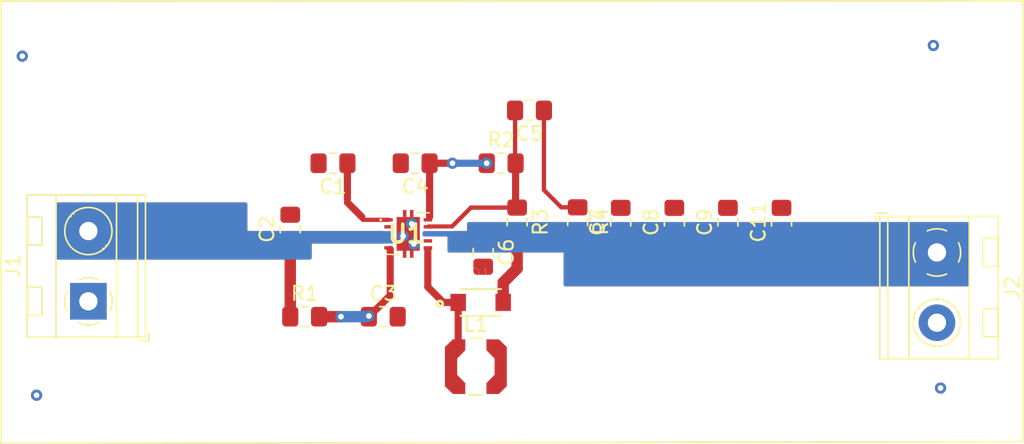
<source format=kicad_pcb>
(kicad_pcb (version 20171130) (host pcbnew "(5.1.4-0)")

  (general
    (thickness 1.6)
    (drawings 4)
    (tracks 47)
    (zones 0)
    (modules 19)
    (nets 10)
  )

  (page A4)
  (layers
    (0 F.Cu signal)
    (31 B.Cu signal)
    (32 B.Adhes user)
    (33 F.Adhes user)
    (34 B.Paste user)
    (35 F.Paste user)
    (36 B.SilkS user)
    (37 F.SilkS user)
    (38 B.Mask user)
    (39 F.Mask user)
    (40 Dwgs.User user)
    (41 Cmts.User user)
    (42 Eco1.User user)
    (43 Eco2.User user)
    (44 Edge.Cuts user)
    (45 Margin user)
    (46 B.CrtYd user)
    (47 F.CrtYd user)
    (48 B.Fab user)
    (49 F.Fab user)
  )

  (setup
    (last_trace_width 0.8128)
    (user_trace_width 0.3048)
    (user_trace_width 0.508)
    (user_trace_width 0.8128)
    (trace_clearance 0.2)
    (zone_clearance 0)
    (zone_45_only yes)
    (trace_min 0.2)
    (via_size 0.8)
    (via_drill 0.4)
    (via_min_size 0.4)
    (via_min_drill 0.3)
    (uvia_size 0.3)
    (uvia_drill 0.1)
    (uvias_allowed no)
    (uvia_min_size 0.2)
    (uvia_min_drill 0.1)
    (edge_width 0.05)
    (segment_width 0.2)
    (pcb_text_width 0.3)
    (pcb_text_size 1.5 1.5)
    (mod_edge_width 0.12)
    (mod_text_size 1 1)
    (mod_text_width 0.15)
    (pad_size 1.524 1.524)
    (pad_drill 0.762)
    (pad_to_mask_clearance 0.051)
    (solder_mask_min_width 0.25)
    (aux_axis_origin 0 0)
    (visible_elements FFFFFF7F)
    (pcbplotparams
      (layerselection 0x010fc_ffffffff)
      (usegerberextensions false)
      (usegerberattributes false)
      (usegerberadvancedattributes false)
      (creategerberjobfile false)
      (excludeedgelayer true)
      (linewidth 0.100000)
      (plotframeref false)
      (viasonmask false)
      (mode 1)
      (useauxorigin false)
      (hpglpennumber 1)
      (hpglpenspeed 20)
      (hpglpendiameter 15.000000)
      (psnegative false)
      (psa4output false)
      (plotreference true)
      (plotvalue true)
      (plotinvisibletext false)
      (padsonsilk false)
      (subtractmaskfromsilk false)
      (outputformat 1)
      (mirror false)
      (drillshape 1)
      (scaleselection 1)
      (outputdirectory ""))
  )

  (net 0 "")
  (net 1 "Net-(C1-Pad1)")
  (net 2 GND)
  (net 3 "Net-(C3-Pad1)")
  (net 4 "Net-(C4-Pad1)")
  (net 5 "Net-(C5-Pad2)")
  (net 6 "Net-(C5-Pad1)")
  (net 7 "Net-(D1-Pad1)")
  (net 8 /Vin)
  (net 9 /Vout)

  (net_class Default "This is the default net class."
    (clearance 0.2)
    (trace_width 0.25)
    (via_dia 0.8)
    (via_drill 0.4)
    (uvia_dia 0.3)
    (uvia_drill 0.1)
    (add_net /Vin)
    (add_net /Vout)
    (add_net GND)
    (add_net "Net-(C1-Pad1)")
    (add_net "Net-(C3-Pad1)")
    (add_net "Net-(C4-Pad1)")
    (add_net "Net-(C5-Pad1)")
    (add_net "Net-(C5-Pad2)")
    (add_net "Net-(D1-Pad1)")
  )

  (net_class PWR ""
    (clearance 0.2)
    (trace_width 0.8128)
    (via_dia 0.8)
    (via_drill 0.4)
    (uvia_dia 0.3)
    (uvia_drill 0.1)
  )

  (net_class SIGNAL ""
    (clearance 0.2)
    (trace_width 0.3048)
    (via_dia 0.8)
    (via_drill 0.4)
    (uvia_dia 0.3)
    (uvia_drill 0.1)
  )

  (module Capacitor_SMD:C_0805_2012Metric_Pad1.15x1.40mm_HandSolder (layer F.Cu) (tedit 5B36C52B) (tstamp 5E61F498)
    (at 125.984 91.558 90)
    (descr "Capacitor SMD 0805 (2012 Metric), square (rectangular) end terminal, IPC_7351 nominal with elongated pad for handsoldering. (Body size source: https://docs.google.com/spreadsheets/d/1BsfQQcO9C6DZCsRaXUlFlo91Tg2WpOkGARC1WS5S8t0/edit?usp=sharing), generated with kicad-footprint-generator")
    (tags "capacitor handsolder")
    (path /5E527F8B)
    (attr smd)
    (fp_text reference C2 (at 0 -1.65 90) (layer F.SilkS)
      (effects (font (size 1 1) (thickness 0.15)))
    )
    (fp_text value 0.1uF (at 0 1.65 90) (layer F.Fab)
      (effects (font (size 1 1) (thickness 0.15)))
    )
    (fp_line (start -1 0.6) (end -1 -0.6) (layer F.Fab) (width 0.1))
    (fp_line (start -1 -0.6) (end 1 -0.6) (layer F.Fab) (width 0.1))
    (fp_line (start 1 -0.6) (end 1 0.6) (layer F.Fab) (width 0.1))
    (fp_line (start 1 0.6) (end -1 0.6) (layer F.Fab) (width 0.1))
    (fp_line (start -0.261252 -0.71) (end 0.261252 -0.71) (layer F.SilkS) (width 0.12))
    (fp_line (start -0.261252 0.71) (end 0.261252 0.71) (layer F.SilkS) (width 0.12))
    (fp_line (start -1.85 0.95) (end -1.85 -0.95) (layer F.CrtYd) (width 0.05))
    (fp_line (start -1.85 -0.95) (end 1.85 -0.95) (layer F.CrtYd) (width 0.05))
    (fp_line (start 1.85 -0.95) (end 1.85 0.95) (layer F.CrtYd) (width 0.05))
    (fp_line (start 1.85 0.95) (end -1.85 0.95) (layer F.CrtYd) (width 0.05))
    (fp_text user %R (at 0 0 90) (layer F.Fab)
      (effects (font (size 0.5 0.5) (thickness 0.08)))
    )
    (pad 1 smd roundrect (at -1.025 0 90) (size 1.15 1.4) (layers F.Cu F.Paste F.Mask) (roundrect_rratio 0.217391)
      (net 8 /Vin))
    (pad 2 smd roundrect (at 1.025 0 90) (size 1.15 1.4) (layers F.Cu F.Paste F.Mask) (roundrect_rratio 0.217391)
      (net 2 GND))
    (model ${KISYS3DMOD}/Capacitor_SMD.3dshapes/C_0805_2012Metric.wrl
      (at (xyz 0 0 0))
      (scale (xyz 1 1 1))
      (rotate (xyz 0 0 0))
    )
  )

  (module Capacitor_SMD:C_0805_2012Metric_Pad1.15x1.40mm_HandSolder (layer F.Cu) (tedit 5B36C52B) (tstamp 5E5E0C08)
    (at 129.023 86.868 180)
    (descr "Capacitor SMD 0805 (2012 Metric), square (rectangular) end terminal, IPC_7351 nominal with elongated pad for handsoldering. (Body size source: https://docs.google.com/spreadsheets/d/1BsfQQcO9C6DZCsRaXUlFlo91Tg2WpOkGARC1WS5S8t0/edit?usp=sharing), generated with kicad-footprint-generator")
    (tags "capacitor handsolder")
    (path /5E527175)
    (attr smd)
    (fp_text reference C1 (at 0 -1.65) (layer F.SilkS)
      (effects (font (size 1 1) (thickness 0.15)))
    )
    (fp_text value 4.7nF (at 0 1.65) (layer F.Fab)
      (effects (font (size 1 1) (thickness 0.15)))
    )
    (fp_line (start -1 0.6) (end -1 -0.6) (layer F.Fab) (width 0.1))
    (fp_line (start -1 -0.6) (end 1 -0.6) (layer F.Fab) (width 0.1))
    (fp_line (start 1 -0.6) (end 1 0.6) (layer F.Fab) (width 0.1))
    (fp_line (start 1 0.6) (end -1 0.6) (layer F.Fab) (width 0.1))
    (fp_line (start -0.261252 -0.71) (end 0.261252 -0.71) (layer F.SilkS) (width 0.12))
    (fp_line (start -0.261252 0.71) (end 0.261252 0.71) (layer F.SilkS) (width 0.12))
    (fp_line (start -1.85 0.95) (end -1.85 -0.95) (layer F.CrtYd) (width 0.05))
    (fp_line (start -1.85 -0.95) (end 1.85 -0.95) (layer F.CrtYd) (width 0.05))
    (fp_line (start 1.85 -0.95) (end 1.85 0.95) (layer F.CrtYd) (width 0.05))
    (fp_line (start 1.85 0.95) (end -1.85 0.95) (layer F.CrtYd) (width 0.05))
    (fp_text user %R (at 0 0) (layer F.Fab)
      (effects (font (size 0.5 0.5) (thickness 0.08)))
    )
    (pad 1 smd roundrect (at -1.025 0 180) (size 1.15 1.4) (layers F.Cu F.Paste F.Mask) (roundrect_rratio 0.217391)
      (net 1 "Net-(C1-Pad1)"))
    (pad 2 smd roundrect (at 1.025 0 180) (size 1.15 1.4) (layers F.Cu F.Paste F.Mask) (roundrect_rratio 0.217391)
      (net 2 GND))
    (model ${KISYS3DMOD}/Capacitor_SMD.3dshapes/C_0805_2012Metric.wrl
      (at (xyz 0 0 0))
      (scale (xyz 1 1 1))
      (rotate (xyz 0 0 0))
    )
  )

  (module Capacitor_SMD:C_0805_2012Metric_Pad1.15x1.40mm_HandSolder (layer F.Cu) (tedit 5B36C52B) (tstamp 5E5E9813)
    (at 132.597 97.79)
    (descr "Capacitor SMD 0805 (2012 Metric), square (rectangular) end terminal, IPC_7351 nominal with elongated pad for handsoldering. (Body size source: https://docs.google.com/spreadsheets/d/1BsfQQcO9C6DZCsRaXUlFlo91Tg2WpOkGARC1WS5S8t0/edit?usp=sharing), generated with kicad-footprint-generator")
    (tags "capacitor handsolder")
    (path /5E52821B)
    (attr smd)
    (fp_text reference C3 (at 0 -1.65) (layer F.SilkS)
      (effects (font (size 1 1) (thickness 0.15)))
    )
    (fp_text value 10uF (at 0 1.65) (layer F.Fab)
      (effects (font (size 1 1) (thickness 0.15)))
    )
    (fp_line (start -1 0.6) (end -1 -0.6) (layer F.Fab) (width 0.1))
    (fp_line (start -1 -0.6) (end 1 -0.6) (layer F.Fab) (width 0.1))
    (fp_line (start 1 -0.6) (end 1 0.6) (layer F.Fab) (width 0.1))
    (fp_line (start 1 0.6) (end -1 0.6) (layer F.Fab) (width 0.1))
    (fp_line (start -0.261252 -0.71) (end 0.261252 -0.71) (layer F.SilkS) (width 0.12))
    (fp_line (start -0.261252 0.71) (end 0.261252 0.71) (layer F.SilkS) (width 0.12))
    (fp_line (start -1.85 0.95) (end -1.85 -0.95) (layer F.CrtYd) (width 0.05))
    (fp_line (start -1.85 -0.95) (end 1.85 -0.95) (layer F.CrtYd) (width 0.05))
    (fp_line (start 1.85 -0.95) (end 1.85 0.95) (layer F.CrtYd) (width 0.05))
    (fp_line (start 1.85 0.95) (end -1.85 0.95) (layer F.CrtYd) (width 0.05))
    (fp_text user %R (at 0 0 90) (layer F.Fab)
      (effects (font (size 0.5 0.5) (thickness 0.08)))
    )
    (pad 1 smd roundrect (at -1.025 0) (size 1.15 1.4) (layers F.Cu F.Paste F.Mask) (roundrect_rratio 0.217391)
      (net 3 "Net-(C3-Pad1)"))
    (pad 2 smd roundrect (at 1.025 0) (size 1.15 1.4) (layers F.Cu F.Paste F.Mask) (roundrect_rratio 0.217391)
      (net 2 GND))
    (model ${KISYS3DMOD}/Capacitor_SMD.3dshapes/C_0805_2012Metric.wrl
      (at (xyz 0 0 0))
      (scale (xyz 1 1 1))
      (rotate (xyz 0 0 0))
    )
  )

  (module Capacitor_SMD:C_0805_2012Metric_Pad1.15x1.40mm_HandSolder (layer F.Cu) (tedit 5B36C52B) (tstamp 5E5E0B45)
    (at 134.865 86.868 180)
    (descr "Capacitor SMD 0805 (2012 Metric), square (rectangular) end terminal, IPC_7351 nominal with elongated pad for handsoldering. (Body size source: https://docs.google.com/spreadsheets/d/1BsfQQcO9C6DZCsRaXUlFlo91Tg2WpOkGARC1WS5S8t0/edit?usp=sharing), generated with kicad-footprint-generator")
    (tags "capacitor handsolder")
    (path /5E528494)
    (attr smd)
    (fp_text reference C4 (at 0 -1.65) (layer F.SilkS)
      (effects (font (size 1 1) (thickness 0.15)))
    )
    (fp_text value 0.22uF (at 0 1.65) (layer F.Fab)
      (effects (font (size 1 1) (thickness 0.15)))
    )
    (fp_text user %R (at 0 0) (layer F.Fab)
      (effects (font (size 0.5 0.5) (thickness 0.08)))
    )
    (fp_line (start 1.85 0.95) (end -1.85 0.95) (layer F.CrtYd) (width 0.05))
    (fp_line (start 1.85 -0.95) (end 1.85 0.95) (layer F.CrtYd) (width 0.05))
    (fp_line (start -1.85 -0.95) (end 1.85 -0.95) (layer F.CrtYd) (width 0.05))
    (fp_line (start -1.85 0.95) (end -1.85 -0.95) (layer F.CrtYd) (width 0.05))
    (fp_line (start -0.261252 0.71) (end 0.261252 0.71) (layer F.SilkS) (width 0.12))
    (fp_line (start -0.261252 -0.71) (end 0.261252 -0.71) (layer F.SilkS) (width 0.12))
    (fp_line (start 1 0.6) (end -1 0.6) (layer F.Fab) (width 0.1))
    (fp_line (start 1 -0.6) (end 1 0.6) (layer F.Fab) (width 0.1))
    (fp_line (start -1 -0.6) (end 1 -0.6) (layer F.Fab) (width 0.1))
    (fp_line (start -1 0.6) (end -1 -0.6) (layer F.Fab) (width 0.1))
    (pad 2 smd roundrect (at 1.025 0 180) (size 1.15 1.4) (layers F.Cu F.Paste F.Mask) (roundrect_rratio 0.217391))
    (pad 1 smd roundrect (at -1.025 0 180) (size 1.15 1.4) (layers F.Cu F.Paste F.Mask) (roundrect_rratio 0.217391)
      (net 4 "Net-(C4-Pad1)"))
    (model ${KISYS3DMOD}/Capacitor_SMD.3dshapes/C_0805_2012Metric.wrl
      (at (xyz 0 0 0))
      (scale (xyz 1 1 1))
      (rotate (xyz 0 0 0))
    )
  )

  (module Capacitor_SMD:C_0805_2012Metric_Pad1.15x1.40mm_HandSolder (layer F.Cu) (tedit 5B36C52B) (tstamp 5E5E0A25)
    (at 142.993 83.1088 180)
    (descr "Capacitor SMD 0805 (2012 Metric), square (rectangular) end terminal, IPC_7351 nominal with elongated pad for handsoldering. (Body size source: https://docs.google.com/spreadsheets/d/1BsfQQcO9C6DZCsRaXUlFlo91Tg2WpOkGARC1WS5S8t0/edit?usp=sharing), generated with kicad-footprint-generator")
    (tags "capacitor handsolder")
    (path /5E5288AC)
    (attr smd)
    (fp_text reference C5 (at 0 -1.65) (layer F.SilkS)
      (effects (font (size 1 1) (thickness 0.15)))
    )
    (fp_text value 10pF (at 0 1.65) (layer F.Fab)
      (effects (font (size 1 1) (thickness 0.15)))
    )
    (fp_text user %R (at 0 0) (layer F.Fab)
      (effects (font (size 0.5 0.5) (thickness 0.08)))
    )
    (fp_line (start 1.85 0.95) (end -1.85 0.95) (layer F.CrtYd) (width 0.05))
    (fp_line (start 1.85 -0.95) (end 1.85 0.95) (layer F.CrtYd) (width 0.05))
    (fp_line (start -1.85 -0.95) (end 1.85 -0.95) (layer F.CrtYd) (width 0.05))
    (fp_line (start -1.85 0.95) (end -1.85 -0.95) (layer F.CrtYd) (width 0.05))
    (fp_line (start -0.261252 0.71) (end 0.261252 0.71) (layer F.SilkS) (width 0.12))
    (fp_line (start -0.261252 -0.71) (end 0.261252 -0.71) (layer F.SilkS) (width 0.12))
    (fp_line (start 1 0.6) (end -1 0.6) (layer F.Fab) (width 0.1))
    (fp_line (start 1 -0.6) (end 1 0.6) (layer F.Fab) (width 0.1))
    (fp_line (start -1 -0.6) (end 1 -0.6) (layer F.Fab) (width 0.1))
    (fp_line (start -1 0.6) (end -1 -0.6) (layer F.Fab) (width 0.1))
    (pad 2 smd roundrect (at 1.025 0 180) (size 1.15 1.4) (layers F.Cu F.Paste F.Mask) (roundrect_rratio 0.217391)
      (net 5 "Net-(C5-Pad2)"))
    (pad 1 smd roundrect (at -1.025 0 180) (size 1.15 1.4) (layers F.Cu F.Paste F.Mask) (roundrect_rratio 0.217391)
      (net 6 "Net-(C5-Pad1)"))
    (model ${KISYS3DMOD}/Capacitor_SMD.3dshapes/C_0805_2012Metric.wrl
      (at (xyz 0 0 0))
      (scale (xyz 1 1 1))
      (rotate (xyz 0 0 0))
    )
  )

  (module Capacitor_SMD:C_0805_2012Metric_Pad1.15x1.40mm_HandSolder (layer F.Cu) (tedit 5B36C52B) (tstamp 5E5E0A55)
    (at 139.7 93.209 270)
    (descr "Capacitor SMD 0805 (2012 Metric), square (rectangular) end terminal, IPC_7351 nominal with elongated pad for handsoldering. (Body size source: https://docs.google.com/spreadsheets/d/1BsfQQcO9C6DZCsRaXUlFlo91Tg2WpOkGARC1WS5S8t0/edit?usp=sharing), generated with kicad-footprint-generator")
    (tags "capacitor handsolder")
    (path /5E52863E)
    (attr smd)
    (fp_text reference C6 (at 0 -1.65 90) (layer F.SilkS)
      (effects (font (size 1 1) (thickness 0.15)))
    )
    (fp_text value 10nF (at 0 1.65 90) (layer F.Fab)
      (effects (font (size 1 1) (thickness 0.15)))
    )
    (fp_line (start -1 0.6) (end -1 -0.6) (layer F.Fab) (width 0.1))
    (fp_line (start -1 -0.6) (end 1 -0.6) (layer F.Fab) (width 0.1))
    (fp_line (start 1 -0.6) (end 1 0.6) (layer F.Fab) (width 0.1))
    (fp_line (start 1 0.6) (end -1 0.6) (layer F.Fab) (width 0.1))
    (fp_line (start -0.261252 -0.71) (end 0.261252 -0.71) (layer F.SilkS) (width 0.12))
    (fp_line (start -0.261252 0.71) (end 0.261252 0.71) (layer F.SilkS) (width 0.12))
    (fp_line (start -1.85 0.95) (end -1.85 -0.95) (layer F.CrtYd) (width 0.05))
    (fp_line (start -1.85 -0.95) (end 1.85 -0.95) (layer F.CrtYd) (width 0.05))
    (fp_line (start 1.85 -0.95) (end 1.85 0.95) (layer F.CrtYd) (width 0.05))
    (fp_line (start 1.85 0.95) (end -1.85 0.95) (layer F.CrtYd) (width 0.05))
    (fp_text user %R (at 0 0 90) (layer F.Fab)
      (effects (font (size 0.5 0.5) (thickness 0.08)))
    )
    (pad 1 smd roundrect (at -1.025 0 270) (size 1.15 1.4) (layers F.Cu F.Paste F.Mask) (roundrect_rratio 0.217391)
      (net 9 /Vout))
    (pad 2 smd roundrect (at 1.025 0 270) (size 1.15 1.4) (layers F.Cu F.Paste F.Mask) (roundrect_rratio 0.217391)
      (net 2 GND))
    (model ${KISYS3DMOD}/Capacitor_SMD.3dshapes/C_0805_2012Metric.wrl
      (at (xyz 0 0 0))
      (scale (xyz 1 1 1))
      (rotate (xyz 0 0 0))
    )
  )

  (module Capacitor_SMD:C_0805_2012Metric_Pad1.15x1.40mm_HandSolder (layer F.Cu) (tedit 5B36C52B) (tstamp 5E5E0A85)
    (at 149.479 91.068 90)
    (descr "Capacitor SMD 0805 (2012 Metric), square (rectangular) end terminal, IPC_7351 nominal with elongated pad for handsoldering. (Body size source: https://docs.google.com/spreadsheets/d/1BsfQQcO9C6DZCsRaXUlFlo91Tg2WpOkGARC1WS5S8t0/edit?usp=sharing), generated with kicad-footprint-generator")
    (tags "capacitor handsolder")
    (path /5E528775)
    (attr smd)
    (fp_text reference C7 (at 0 -1.65 90) (layer F.SilkS)
      (effects (font (size 1 1) (thickness 0.15)))
    )
    (fp_text value 2.2uF (at 0 1.65 90) (layer F.Fab)
      (effects (font (size 1 1) (thickness 0.15)))
    )
    (fp_text user %R (at 0 0 90) (layer F.Fab)
      (effects (font (size 0.5 0.5) (thickness 0.08)))
    )
    (fp_line (start 1.85 0.95) (end -1.85 0.95) (layer F.CrtYd) (width 0.05))
    (fp_line (start 1.85 -0.95) (end 1.85 0.95) (layer F.CrtYd) (width 0.05))
    (fp_line (start -1.85 -0.95) (end 1.85 -0.95) (layer F.CrtYd) (width 0.05))
    (fp_line (start -1.85 0.95) (end -1.85 -0.95) (layer F.CrtYd) (width 0.05))
    (fp_line (start -0.261252 0.71) (end 0.261252 0.71) (layer F.SilkS) (width 0.12))
    (fp_line (start -0.261252 -0.71) (end 0.261252 -0.71) (layer F.SilkS) (width 0.12))
    (fp_line (start 1 0.6) (end -1 0.6) (layer F.Fab) (width 0.1))
    (fp_line (start 1 -0.6) (end 1 0.6) (layer F.Fab) (width 0.1))
    (fp_line (start -1 -0.6) (end 1 -0.6) (layer F.Fab) (width 0.1))
    (fp_line (start -1 0.6) (end -1 -0.6) (layer F.Fab) (width 0.1))
    (pad 2 smd roundrect (at 1.025 0 90) (size 1.15 1.4) (layers F.Cu F.Paste F.Mask) (roundrect_rratio 0.217391)
      (net 2 GND))
    (pad 1 smd roundrect (at -1.025 0 90) (size 1.15 1.4) (layers F.Cu F.Paste F.Mask) (roundrect_rratio 0.217391)
      (net 9 /Vout))
    (model ${KISYS3DMOD}/Capacitor_SMD.3dshapes/C_0805_2012Metric.wrl
      (at (xyz 0 0 0))
      (scale (xyz 1 1 1))
      (rotate (xyz 0 0 0))
    )
  )

  (module Capacitor_SMD:C_0805_2012Metric_Pad1.15x1.40mm_HandSolder (layer F.Cu) (tedit 5B36C52B) (tstamp 5E5E0944)
    (at 153.289 91.068 90)
    (descr "Capacitor SMD 0805 (2012 Metric), square (rectangular) end terminal, IPC_7351 nominal with elongated pad for handsoldering. (Body size source: https://docs.google.com/spreadsheets/d/1BsfQQcO9C6DZCsRaXUlFlo91Tg2WpOkGARC1WS5S8t0/edit?usp=sharing), generated with kicad-footprint-generator")
    (tags "capacitor handsolder")
    (path /5E528B81)
    (attr smd)
    (fp_text reference C8 (at 0 -1.65 90) (layer F.SilkS)
      (effects (font (size 1 1) (thickness 0.15)))
    )
    (fp_text value 2.2uF (at 0 1.65 90) (layer F.Fab)
      (effects (font (size 1 1) (thickness 0.15)))
    )
    (fp_line (start -1 0.6) (end -1 -0.6) (layer F.Fab) (width 0.1))
    (fp_line (start -1 -0.6) (end 1 -0.6) (layer F.Fab) (width 0.1))
    (fp_line (start 1 -0.6) (end 1 0.6) (layer F.Fab) (width 0.1))
    (fp_line (start 1 0.6) (end -1 0.6) (layer F.Fab) (width 0.1))
    (fp_line (start -0.261252 -0.71) (end 0.261252 -0.71) (layer F.SilkS) (width 0.12))
    (fp_line (start -0.261252 0.71) (end 0.261252 0.71) (layer F.SilkS) (width 0.12))
    (fp_line (start -1.85 0.95) (end -1.85 -0.95) (layer F.CrtYd) (width 0.05))
    (fp_line (start -1.85 -0.95) (end 1.85 -0.95) (layer F.CrtYd) (width 0.05))
    (fp_line (start 1.85 -0.95) (end 1.85 0.95) (layer F.CrtYd) (width 0.05))
    (fp_line (start 1.85 0.95) (end -1.85 0.95) (layer F.CrtYd) (width 0.05))
    (fp_text user %R (at 0 0 90) (layer F.Fab)
      (effects (font (size 0.5 0.5) (thickness 0.08)))
    )
    (pad 1 smd roundrect (at -1.025 0 90) (size 1.15 1.4) (layers F.Cu F.Paste F.Mask) (roundrect_rratio 0.217391)
      (net 9 /Vout))
    (pad 2 smd roundrect (at 1.025 0 90) (size 1.15 1.4) (layers F.Cu F.Paste F.Mask) (roundrect_rratio 0.217391)
      (net 2 GND))
    (model ${KISYS3DMOD}/Capacitor_SMD.3dshapes/C_0805_2012Metric.wrl
      (at (xyz 0 0 0))
      (scale (xyz 1 1 1))
      (rotate (xyz 0 0 0))
    )
  )

  (module Capacitor_SMD:C_0805_2012Metric_Pad1.15x1.40mm_HandSolder (layer F.Cu) (tedit 5B36C52B) (tstamp 5E5E0914)
    (at 157.099 91.068 90)
    (descr "Capacitor SMD 0805 (2012 Metric), square (rectangular) end terminal, IPC_7351 nominal with elongated pad for handsoldering. (Body size source: https://docs.google.com/spreadsheets/d/1BsfQQcO9C6DZCsRaXUlFlo91Tg2WpOkGARC1WS5S8t0/edit?usp=sharing), generated with kicad-footprint-generator")
    (tags "capacitor handsolder")
    (path /5E5289C1)
    (attr smd)
    (fp_text reference C9 (at 0 -1.65 90) (layer F.SilkS)
      (effects (font (size 1 1) (thickness 0.15)))
    )
    (fp_text value 2.2uF (at 0 1.65 90) (layer F.Fab)
      (effects (font (size 1 1) (thickness 0.15)))
    )
    (fp_text user %R (at 0 0 90) (layer F.Fab)
      (effects (font (size 0.5 0.5) (thickness 0.08)))
    )
    (fp_line (start 1.85 0.95) (end -1.85 0.95) (layer F.CrtYd) (width 0.05))
    (fp_line (start 1.85 -0.95) (end 1.85 0.95) (layer F.CrtYd) (width 0.05))
    (fp_line (start -1.85 -0.95) (end 1.85 -0.95) (layer F.CrtYd) (width 0.05))
    (fp_line (start -1.85 0.95) (end -1.85 -0.95) (layer F.CrtYd) (width 0.05))
    (fp_line (start -0.261252 0.71) (end 0.261252 0.71) (layer F.SilkS) (width 0.12))
    (fp_line (start -0.261252 -0.71) (end 0.261252 -0.71) (layer F.SilkS) (width 0.12))
    (fp_line (start 1 0.6) (end -1 0.6) (layer F.Fab) (width 0.1))
    (fp_line (start 1 -0.6) (end 1 0.6) (layer F.Fab) (width 0.1))
    (fp_line (start -1 -0.6) (end 1 -0.6) (layer F.Fab) (width 0.1))
    (fp_line (start -1 0.6) (end -1 -0.6) (layer F.Fab) (width 0.1))
    (pad 2 smd roundrect (at 1.025 0 90) (size 1.15 1.4) (layers F.Cu F.Paste F.Mask) (roundrect_rratio 0.217391)
      (net 2 GND))
    (pad 1 smd roundrect (at -1.025 0 90) (size 1.15 1.4) (layers F.Cu F.Paste F.Mask) (roundrect_rratio 0.217391)
      (net 9 /Vout))
    (model ${KISYS3DMOD}/Capacitor_SMD.3dshapes/C_0805_2012Metric.wrl
      (at (xyz 0 0 0))
      (scale (xyz 1 1 1))
      (rotate (xyz 0 0 0))
    )
  )

  (module Capacitor_SMD:C_0805_2012Metric_Pad1.15x1.40mm_HandSolder (layer F.Cu) (tedit 5B36C52B) (tstamp 5E61E2ED)
    (at 160.909 91.068 90)
    (descr "Capacitor SMD 0805 (2012 Metric), square (rectangular) end terminal, IPC_7351 nominal with elongated pad for handsoldering. (Body size source: https://docs.google.com/spreadsheets/d/1BsfQQcO9C6DZCsRaXUlFlo91Tg2WpOkGARC1WS5S8t0/edit?usp=sharing), generated with kicad-footprint-generator")
    (tags "capacitor handsolder")
    (path /5E528987)
    (attr smd)
    (fp_text reference C11 (at 0 -1.65 90) (layer F.SilkS)
      (effects (font (size 1 1) (thickness 0.15)))
    )
    (fp_text value 2.2uF (at 0 1.65 90) (layer F.Fab)
      (effects (font (size 1 1) (thickness 0.15)))
    )
    (fp_line (start -1 0.6) (end -1 -0.6) (layer F.Fab) (width 0.1))
    (fp_line (start -1 -0.6) (end 1 -0.6) (layer F.Fab) (width 0.1))
    (fp_line (start 1 -0.6) (end 1 0.6) (layer F.Fab) (width 0.1))
    (fp_line (start 1 0.6) (end -1 0.6) (layer F.Fab) (width 0.1))
    (fp_line (start -0.261252 -0.71) (end 0.261252 -0.71) (layer F.SilkS) (width 0.12))
    (fp_line (start -0.261252 0.71) (end 0.261252 0.71) (layer F.SilkS) (width 0.12))
    (fp_line (start -1.85 0.95) (end -1.85 -0.95) (layer F.CrtYd) (width 0.05))
    (fp_line (start -1.85 -0.95) (end 1.85 -0.95) (layer F.CrtYd) (width 0.05))
    (fp_line (start 1.85 -0.95) (end 1.85 0.95) (layer F.CrtYd) (width 0.05))
    (fp_line (start 1.85 0.95) (end -1.85 0.95) (layer F.CrtYd) (width 0.05))
    (fp_text user %R (at 0 0 90) (layer F.Fab)
      (effects (font (size 0.5 0.5) (thickness 0.08)))
    )
    (pad 1 smd roundrect (at -1.025 0 90) (size 1.15 1.4) (layers F.Cu F.Paste F.Mask) (roundrect_rratio 0.217391)
      (net 9 /Vout))
    (pad 2 smd roundrect (at 1.025 0 90) (size 1.15 1.4) (layers F.Cu F.Paste F.Mask) (roundrect_rratio 0.217391)
      (net 2 GND))
    (model ${KISYS3DMOD}/Capacitor_SMD.3dshapes/C_0805_2012Metric.wrl
      (at (xyz 0 0 0))
      (scale (xyz 1 1 1))
      (rotate (xyz 0 0 0))
    )
  )

  (module TerminalBlock_MetzConnect:TerminalBlock_MetzConnect_Type094_RT03502HBLU_1x02_P5.00mm_Horizontal (layer F.Cu) (tedit 5B294E9C) (tstamp 5E5E9DD2)
    (at 111.633 96.694 90)
    (descr "terminal block Metz Connect Type094_RT03502HBLU, 2 pins, pitch 5mm, size 10x8.3mm^2, drill diamater 1.3mm, pad diameter 2.6mm, see http://www.metz-connect.com/ru/system/files/productfiles/Data_sheet_310941_RT035xxHBLU_OFF-022742T.pdf, script-generated using https://github.com/pointhi/kicad-footprint-generator/scripts/TerminalBlock_MetzConnect")
    (tags "THT terminal block Metz Connect Type094_RT03502HBLU pitch 5mm size 10x8.3mm^2 drill 1.3mm pad 2.6mm")
    (path /5E526166)
    (fp_text reference J1 (at 2.5 -5.36 90) (layer F.SilkS)
      (effects (font (size 1 1) (thickness 0.15)))
    )
    (fp_text value Screw_Terminal_01x02 (at 2.5 5.06 90) (layer F.Fab)
      (effects (font (size 1 1) (thickness 0.15)))
    )
    (fp_arc (start 0 0) (end 0 1.68) (angle -24) (layer F.SilkS) (width 0.12))
    (fp_arc (start 0 0) (end 1.535 0.684) (angle -48) (layer F.SilkS) (width 0.12))
    (fp_arc (start 0 0) (end 0.684 -1.535) (angle -48) (layer F.SilkS) (width 0.12))
    (fp_arc (start 0 0) (end -1.535 -0.684) (angle -48) (layer F.SilkS) (width 0.12))
    (fp_arc (start 0 0) (end -0.684 1.535) (angle -25) (layer F.SilkS) (width 0.12))
    (fp_circle (center 0 0) (end 1.5 0) (layer F.Fab) (width 0.1))
    (fp_circle (center 5 0) (end 6.5 0) (layer F.Fab) (width 0.1))
    (fp_circle (center 5 0) (end 6.68 0) (layer F.SilkS) (width 0.12))
    (fp_line (start -2.5 -4.3) (end 7.5 -4.3) (layer F.Fab) (width 0.1))
    (fp_line (start 7.5 -4.3) (end 7.5 4) (layer F.Fab) (width 0.1))
    (fp_line (start 7.5 4) (end -2 4) (layer F.Fab) (width 0.1))
    (fp_line (start -2 4) (end -2.5 3.5) (layer F.Fab) (width 0.1))
    (fp_line (start -2.5 3.5) (end -2.5 -4.3) (layer F.Fab) (width 0.1))
    (fp_line (start -2.5 3.5) (end 7.5 3.5) (layer F.Fab) (width 0.1))
    (fp_line (start -2.56 3.5) (end 7.56 3.5) (layer F.SilkS) (width 0.12))
    (fp_line (start -2.5 2) (end 7.5 2) (layer F.Fab) (width 0.1))
    (fp_line (start -2.56 2) (end 7.56 2) (layer F.SilkS) (width 0.12))
    (fp_line (start -2.5 -2.3) (end 7.5 -2.3) (layer F.Fab) (width 0.1))
    (fp_line (start -2.56 -2.301) (end 7.56 -2.301) (layer F.SilkS) (width 0.12))
    (fp_line (start -2.56 -4.36) (end 7.56 -4.36) (layer F.SilkS) (width 0.12))
    (fp_line (start -2.56 4.06) (end 7.56 4.06) (layer F.SilkS) (width 0.12))
    (fp_line (start -2.56 -4.36) (end -2.56 4.06) (layer F.SilkS) (width 0.12))
    (fp_line (start 7.56 -4.36) (end 7.56 4.06) (layer F.SilkS) (width 0.12))
    (fp_line (start 1.138 -0.955) (end -0.955 1.138) (layer F.Fab) (width 0.1))
    (fp_line (start 0.955 -1.138) (end -1.138 0.955) (layer F.Fab) (width 0.1))
    (fp_line (start -1 -4.3) (end -1 -3.3) (layer F.Fab) (width 0.1))
    (fp_line (start -1 -3.3) (end 1 -3.3) (layer F.Fab) (width 0.1))
    (fp_line (start 1 -3.3) (end 1 -4.3) (layer F.Fab) (width 0.1))
    (fp_line (start 1 -4.3) (end -1 -4.3) (layer F.Fab) (width 0.1))
    (fp_line (start -1 -4.3) (end 1 -4.3) (layer F.SilkS) (width 0.12))
    (fp_line (start -1 -3.3) (end 1 -3.3) (layer F.SilkS) (width 0.12))
    (fp_line (start -1 -4.3) (end -1 -3.3) (layer F.SilkS) (width 0.12))
    (fp_line (start 1 -4.3) (end 1 -3.3) (layer F.SilkS) (width 0.12))
    (fp_line (start 6.138 -0.955) (end 4.046 1.138) (layer F.Fab) (width 0.1))
    (fp_line (start 5.955 -1.138) (end 3.863 0.955) (layer F.Fab) (width 0.1))
    (fp_line (start 6.275 -1.069) (end 6.228 -1.023) (layer F.SilkS) (width 0.12))
    (fp_line (start 3.966 1.239) (end 3.931 1.274) (layer F.SilkS) (width 0.12))
    (fp_line (start 6.07 -1.275) (end 6.035 -1.239) (layer F.SilkS) (width 0.12))
    (fp_line (start 3.773 1.023) (end 3.726 1.069) (layer F.SilkS) (width 0.12))
    (fp_line (start 4 -4.3) (end 4 -3.3) (layer F.Fab) (width 0.1))
    (fp_line (start 4 -3.3) (end 6 -3.3) (layer F.Fab) (width 0.1))
    (fp_line (start 6 -3.3) (end 6 -4.3) (layer F.Fab) (width 0.1))
    (fp_line (start 6 -4.3) (end 4 -4.3) (layer F.Fab) (width 0.1))
    (fp_line (start 4 -4.3) (end 6 -4.3) (layer F.SilkS) (width 0.12))
    (fp_line (start 4 -3.3) (end 6 -3.3) (layer F.SilkS) (width 0.12))
    (fp_line (start 4 -4.3) (end 4 -3.3) (layer F.SilkS) (width 0.12))
    (fp_line (start 6 -4.3) (end 6 -3.3) (layer F.SilkS) (width 0.12))
    (fp_line (start -2.8 3.56) (end -2.8 4.3) (layer F.SilkS) (width 0.12))
    (fp_line (start -2.8 4.3) (end -2.3 4.3) (layer F.SilkS) (width 0.12))
    (fp_line (start -3 -4.81) (end -3 4.5) (layer F.CrtYd) (width 0.05))
    (fp_line (start -3 4.5) (end 8 4.5) (layer F.CrtYd) (width 0.05))
    (fp_line (start 8 4.5) (end 8 -4.81) (layer F.CrtYd) (width 0.05))
    (fp_line (start 8 -4.81) (end -3 -4.81) (layer F.CrtYd) (width 0.05))
    (fp_text user %R (at 2.5 2.75 90) (layer F.Fab)
      (effects (font (size 1 1) (thickness 0.15)))
    )
    (pad 1 thru_hole rect (at 0 0 90) (size 2.6 2.6) (drill 1.3) (layers *.Cu *.Mask)
      (net 2 GND))
    (pad 2 thru_hole circle (at 5 0 90) (size 2.6 2.6) (drill 1.3) (layers *.Cu *.Mask)
      (net 8 /Vin))
    (model ${KISYS3DMOD}/TerminalBlock_MetzConnect.3dshapes/TerminalBlock_MetzConnect_Type094_RT03502HBLU_1x02_P5.00mm_Horizontal.wrl
      (at (xyz 0 0 0))
      (scale (xyz 1 1 1))
      (rotate (xyz 0 0 0))
    )
  )

  (module TerminalBlock_MetzConnect:TerminalBlock_MetzConnect_Type094_RT03502HBLU_1x02_P5.00mm_Horizontal (layer F.Cu) (tedit 5B294E9C) (tstamp 5E5E099F)
    (at 171.958 93.218 270)
    (descr "terminal block Metz Connect Type094_RT03502HBLU, 2 pins, pitch 5mm, size 10x8.3mm^2, drill diamater 1.3mm, pad diameter 2.6mm, see http://www.metz-connect.com/ru/system/files/productfiles/Data_sheet_310941_RT035xxHBLU_OFF-022742T.pdf, script-generated using https://github.com/pointhi/kicad-footprint-generator/scripts/TerminalBlock_MetzConnect")
    (tags "THT terminal block Metz Connect Type094_RT03502HBLU pitch 5mm size 10x8.3mm^2 drill 1.3mm pad 2.6mm")
    (path /5E534F2B)
    (fp_text reference J2 (at 2.5 -5.36 90) (layer F.SilkS)
      (effects (font (size 1 1) (thickness 0.15)))
    )
    (fp_text value Screw_Terminal_01x02 (at 2.5 5.06 90) (layer F.Fab)
      (effects (font (size 1 1) (thickness 0.15)))
    )
    (fp_arc (start 0 0) (end 0 1.68) (angle -24) (layer F.SilkS) (width 0.12))
    (fp_arc (start 0 0) (end 1.535 0.684) (angle -48) (layer F.SilkS) (width 0.12))
    (fp_arc (start 0 0) (end 0.684 -1.535) (angle -48) (layer F.SilkS) (width 0.12))
    (fp_arc (start 0 0) (end -1.535 -0.684) (angle -48) (layer F.SilkS) (width 0.12))
    (fp_arc (start 0 0) (end -0.684 1.535) (angle -25) (layer F.SilkS) (width 0.12))
    (fp_circle (center 0 0) (end 1.5 0) (layer F.Fab) (width 0.1))
    (fp_circle (center 5 0) (end 6.5 0) (layer F.Fab) (width 0.1))
    (fp_circle (center 5 0) (end 6.68 0) (layer F.SilkS) (width 0.12))
    (fp_line (start -2.5 -4.3) (end 7.5 -4.3) (layer F.Fab) (width 0.1))
    (fp_line (start 7.5 -4.3) (end 7.5 4) (layer F.Fab) (width 0.1))
    (fp_line (start 7.5 4) (end -2 4) (layer F.Fab) (width 0.1))
    (fp_line (start -2 4) (end -2.5 3.5) (layer F.Fab) (width 0.1))
    (fp_line (start -2.5 3.5) (end -2.5 -4.3) (layer F.Fab) (width 0.1))
    (fp_line (start -2.5 3.5) (end 7.5 3.5) (layer F.Fab) (width 0.1))
    (fp_line (start -2.56 3.5) (end 7.56 3.5) (layer F.SilkS) (width 0.12))
    (fp_line (start -2.5 2) (end 7.5 2) (layer F.Fab) (width 0.1))
    (fp_line (start -2.56 2) (end 7.56 2) (layer F.SilkS) (width 0.12))
    (fp_line (start -2.5 -2.3) (end 7.5 -2.3) (layer F.Fab) (width 0.1))
    (fp_line (start -2.56 -2.301) (end 7.56 -2.301) (layer F.SilkS) (width 0.12))
    (fp_line (start -2.56 -4.36) (end 7.56 -4.36) (layer F.SilkS) (width 0.12))
    (fp_line (start -2.56 4.06) (end 7.56 4.06) (layer F.SilkS) (width 0.12))
    (fp_line (start -2.56 -4.36) (end -2.56 4.06) (layer F.SilkS) (width 0.12))
    (fp_line (start 7.56 -4.36) (end 7.56 4.06) (layer F.SilkS) (width 0.12))
    (fp_line (start 1.138 -0.955) (end -0.955 1.138) (layer F.Fab) (width 0.1))
    (fp_line (start 0.955 -1.138) (end -1.138 0.955) (layer F.Fab) (width 0.1))
    (fp_line (start -1 -4.3) (end -1 -3.3) (layer F.Fab) (width 0.1))
    (fp_line (start -1 -3.3) (end 1 -3.3) (layer F.Fab) (width 0.1))
    (fp_line (start 1 -3.3) (end 1 -4.3) (layer F.Fab) (width 0.1))
    (fp_line (start 1 -4.3) (end -1 -4.3) (layer F.Fab) (width 0.1))
    (fp_line (start -1 -4.3) (end 1 -4.3) (layer F.SilkS) (width 0.12))
    (fp_line (start -1 -3.3) (end 1 -3.3) (layer F.SilkS) (width 0.12))
    (fp_line (start -1 -4.3) (end -1 -3.3) (layer F.SilkS) (width 0.12))
    (fp_line (start 1 -4.3) (end 1 -3.3) (layer F.SilkS) (width 0.12))
    (fp_line (start 6.138 -0.955) (end 4.046 1.138) (layer F.Fab) (width 0.1))
    (fp_line (start 5.955 -1.138) (end 3.863 0.955) (layer F.Fab) (width 0.1))
    (fp_line (start 6.275 -1.069) (end 6.228 -1.023) (layer F.SilkS) (width 0.12))
    (fp_line (start 3.966 1.239) (end 3.931 1.274) (layer F.SilkS) (width 0.12))
    (fp_line (start 6.07 -1.275) (end 6.035 -1.239) (layer F.SilkS) (width 0.12))
    (fp_line (start 3.773 1.023) (end 3.726 1.069) (layer F.SilkS) (width 0.12))
    (fp_line (start 4 -4.3) (end 4 -3.3) (layer F.Fab) (width 0.1))
    (fp_line (start 4 -3.3) (end 6 -3.3) (layer F.Fab) (width 0.1))
    (fp_line (start 6 -3.3) (end 6 -4.3) (layer F.Fab) (width 0.1))
    (fp_line (start 6 -4.3) (end 4 -4.3) (layer F.Fab) (width 0.1))
    (fp_line (start 4 -4.3) (end 6 -4.3) (layer F.SilkS) (width 0.12))
    (fp_line (start 4 -3.3) (end 6 -3.3) (layer F.SilkS) (width 0.12))
    (fp_line (start 4 -4.3) (end 4 -3.3) (layer F.SilkS) (width 0.12))
    (fp_line (start 6 -4.3) (end 6 -3.3) (layer F.SilkS) (width 0.12))
    (fp_line (start -2.8 3.56) (end -2.8 4.3) (layer F.SilkS) (width 0.12))
    (fp_line (start -2.8 4.3) (end -2.3 4.3) (layer F.SilkS) (width 0.12))
    (fp_line (start -3 -4.81) (end -3 4.5) (layer F.CrtYd) (width 0.05))
    (fp_line (start -3 4.5) (end 8 4.5) (layer F.CrtYd) (width 0.05))
    (fp_line (start 8 4.5) (end 8 -4.81) (layer F.CrtYd) (width 0.05))
    (fp_line (start 8 -4.81) (end -3 -4.81) (layer F.CrtYd) (width 0.05))
    (fp_text user %R (at 2.5 2.75 90) (layer F.Fab)
      (effects (font (size 1 1) (thickness 0.15)))
    )
    (pad 1 thru_hole rect (at 0 0 270) (size 2.6 2.6) (drill 1.3) (layers *.Cu *.Mask)
      (net 9 /Vout))
    (pad 2 thru_hole circle (at 5 0 270) (size 2.6 2.6) (drill 1.3) (layers *.Cu *.Mask)
      (net 2 GND))
    (model ${KISYS3DMOD}/TerminalBlock_MetzConnect.3dshapes/TerminalBlock_MetzConnect_Type094_RT03502HBLU_1x02_P5.00mm_Horizontal.wrl
      (at (xyz 0 0 0))
      (scale (xyz 1 1 1))
      (rotate (xyz 0 0 0))
    )
  )

  (module Inductor_SMD:L_Coilcraft_LPS4018 (layer F.Cu) (tedit 5A5CD04D) (tstamp 5E5E12DA)
    (at 139.179 101.346)
    (descr "SMD Inductor Coilcraft LPS4018 https://www.coilcraft.com/misc/lps4018d.html")
    (tags "L Coilcraft LPS4018")
    (path /5E53F51E)
    (attr smd)
    (fp_text reference L1 (at 0 -3) (layer F.SilkS)
      (effects (font (size 1 1) (thickness 0.15)))
    )
    (fp_text value 4.7uF (at 0 3) (layer F.Fab)
      (effects (font (size 1 1) (thickness 0.15)))
    )
    (fp_line (start 1.75 -2.2) (end 2.45 -1.5) (layer F.CrtYd) (width 0.05))
    (fp_line (start -0.49 -2.01) (end 0.49 -2.01) (layer F.SilkS) (width 0.12))
    (fp_line (start 1.2 -1.95) (end 1.95 -1.2) (layer F.Fab) (width 0.1))
    (fp_line (start -1.95 -1.2) (end -1.21 -1.95) (layer F.Fab) (width 0.1))
    (fp_line (start -1.95 1.2) (end -1.2 1.95) (layer F.Fab) (width 0.1))
    (fp_line (start 1.2 1.95) (end 1.95 1.2) (layer F.Fab) (width 0.1))
    (fp_text user %R (at 0 0) (layer F.Fab)
      (effects (font (size 0.8 0.8) (thickness 0.12)))
    )
    (fp_line (start 2.45 -1.5) (end 2.45 1.5) (layer F.CrtYd) (width 0.05))
    (fp_line (start -1.75 -2.2) (end 1.75 -2.2) (layer F.CrtYd) (width 0.05))
    (fp_line (start -1.95 1.2) (end -1.95 -1.2) (layer F.Fab) (width 0.1))
    (fp_line (start 1.2 1.95) (end -1.2 1.95) (layer F.Fab) (width 0.1))
    (fp_line (start 1.95 -1.2) (end 1.95 1.2) (layer F.Fab) (width 0.1))
    (fp_line (start -1.2 -1.95) (end 1.2 -1.95) (layer F.Fab) (width 0.1))
    (fp_line (start -0.49 2.01) (end 0.49 2.01) (layer F.SilkS) (width 0.12))
    (fp_line (start -1.75 -2.2) (end -2.45 -1.5) (layer F.CrtYd) (width 0.05))
    (fp_line (start -2.45 -1.5) (end -2.45 1.5) (layer F.CrtYd) (width 0.05))
    (fp_line (start -1.75 2.2) (end 1.75 2.2) (layer F.CrtYd) (width 0.05))
    (fp_line (start -1.75 2.2) (end -2.45 1.5) (layer F.CrtYd) (width 0.05))
    (fp_line (start 1.75 2.2) (end 2.45 1.5) (layer F.CrtYd) (width 0.05))
    (pad 1 smd rect (at -1.765 0) (size 0.87 2.79) (layers F.Cu F.Paste F.Mask)
      (net 7 "Net-(D1-Pad1)"))
    (pad 1 smd rect (at -1.195 -1.5575) (size 0.89 0.775) (layers F.Cu F.Paste F.Mask)
      (net 7 "Net-(D1-Pad1)"))
    (pad 1 smd rect (at -1.219 -1.0475 135.7) (size 0.5 0.831) (layers F.Cu F.Paste F.Mask)
      (net 7 "Net-(D1-Pad1)"))
    (pad 1 smd rect (at -1.7435 -1.493 134.5) (size 0.5 0.789) (layers F.Cu F.Paste F.Mask)
      (net 7 "Net-(D1-Pad1)"))
    (pad 1 smd rect (at -1.7435 1.493 225.5) (size 0.5 0.789) (layers F.Cu F.Paste F.Mask)
      (net 7 "Net-(D1-Pad1)"))
    (pad 1 smd rect (at -1.195 1.5575) (size 0.89 0.775) (layers F.Cu F.Paste F.Mask)
      (net 7 "Net-(D1-Pad1)"))
    (pad 1 smd rect (at -1.219 1.0475 224.3) (size 0.5 0.831) (layers F.Cu F.Paste F.Mask)
      (net 7 "Net-(D1-Pad1)"))
    (pad 2 smd rect (at 1.765 0) (size 0.87 2.79) (layers F.Cu F.Paste F.Mask)
      (net 2 GND))
    (pad 2 smd rect (at 1.195 -1.5575) (size 0.89 0.775) (layers F.Cu F.Paste F.Mask)
      (net 2 GND))
    (pad 2 smd rect (at 1.219 -1.0475 224.3) (size 0.5 0.831) (layers F.Cu F.Paste F.Mask)
      (net 2 GND))
    (pad 2 smd rect (at 1.7435 -1.493 225.5) (size 0.5 0.789) (layers F.Cu F.Paste F.Mask)
      (net 2 GND))
    (pad 2 smd rect (at 1.195 1.5575) (size 0.89 0.775) (layers F.Cu F.Paste F.Mask)
      (net 2 GND))
    (pad 2 smd rect (at 1.219 1.0475 135.7) (size 0.5 0.831) (layers F.Cu F.Paste F.Mask)
      (net 2 GND))
    (pad 2 smd rect (at 1.7435 1.493 134.5) (size 0.5 0.789) (layers F.Cu F.Paste F.Mask)
      (net 2 GND))
    (model ${KISYS3DMOD}/Inductor_SMD.3dshapes/L_Coilcraft_LPS4018.wrl
      (at (xyz 0 0 0))
      (scale (xyz 1 1 1))
      (rotate (xyz 0 0 0))
    )
  )

  (module Resistor_SMD:R_0805_2012Metric_Pad1.15x1.40mm_HandSolder (layer F.Cu) (tedit 5B36C52B) (tstamp 5E5E0D34)
    (at 127.009 97.79)
    (descr "Resistor SMD 0805 (2012 Metric), square (rectangular) end terminal, IPC_7351 nominal with elongated pad for handsoldering. (Body size source: https://docs.google.com/spreadsheets/d/1BsfQQcO9C6DZCsRaXUlFlo91Tg2WpOkGARC1WS5S8t0/edit?usp=sharing), generated with kicad-footprint-generator")
    (tags "resistor handsolder")
    (path /5E523B9D)
    (attr smd)
    (fp_text reference R1 (at 0 -1.65) (layer F.SilkS)
      (effects (font (size 1 1) (thickness 0.15)))
    )
    (fp_text value 10R (at 0 1.65) (layer F.Fab)
      (effects (font (size 1 1) (thickness 0.15)))
    )
    (fp_line (start -1 0.6) (end -1 -0.6) (layer F.Fab) (width 0.1))
    (fp_line (start -1 -0.6) (end 1 -0.6) (layer F.Fab) (width 0.1))
    (fp_line (start 1 -0.6) (end 1 0.6) (layer F.Fab) (width 0.1))
    (fp_line (start 1 0.6) (end -1 0.6) (layer F.Fab) (width 0.1))
    (fp_line (start -0.261252 -0.71) (end 0.261252 -0.71) (layer F.SilkS) (width 0.12))
    (fp_line (start -0.261252 0.71) (end 0.261252 0.71) (layer F.SilkS) (width 0.12))
    (fp_line (start -1.85 0.95) (end -1.85 -0.95) (layer F.CrtYd) (width 0.05))
    (fp_line (start -1.85 -0.95) (end 1.85 -0.95) (layer F.CrtYd) (width 0.05))
    (fp_line (start 1.85 -0.95) (end 1.85 0.95) (layer F.CrtYd) (width 0.05))
    (fp_line (start 1.85 0.95) (end -1.85 0.95) (layer F.CrtYd) (width 0.05))
    (fp_text user %R (at 0 0) (layer F.Fab)
      (effects (font (size 0.5 0.5) (thickness 0.08)))
    )
    (pad 1 smd roundrect (at -1.025 0) (size 1.15 1.4) (layers F.Cu F.Paste F.Mask) (roundrect_rratio 0.217391)
      (net 8 /Vin))
    (pad 2 smd roundrect (at 1.025 0) (size 1.15 1.4) (layers F.Cu F.Paste F.Mask) (roundrect_rratio 0.217391)
      (net 3 "Net-(C3-Pad1)"))
    (model ${KISYS3DMOD}/Resistor_SMD.3dshapes/R_0805_2012Metric.wrl
      (at (xyz 0 0 0))
      (scale (xyz 1 1 1))
      (rotate (xyz 0 0 0))
    )
  )

  (module Resistor_SMD:R_0805_2012Metric_Pad1.15x1.40mm_HandSolder (layer F.Cu) (tedit 5B36C52B) (tstamp 5E5E0AE5)
    (at 140.979 86.868)
    (descr "Resistor SMD 0805 (2012 Metric), square (rectangular) end terminal, IPC_7351 nominal with elongated pad for handsoldering. (Body size source: https://docs.google.com/spreadsheets/d/1BsfQQcO9C6DZCsRaXUlFlo91Tg2WpOkGARC1WS5S8t0/edit?usp=sharing), generated with kicad-footprint-generator")
    (tags "resistor handsolder")
    (path /5E5264DD)
    (attr smd)
    (fp_text reference R2 (at 0 -1.65) (layer F.SilkS)
      (effects (font (size 1 1) (thickness 0.15)))
    )
    (fp_text value 150k (at 0 1.65) (layer F.Fab)
      (effects (font (size 1 1) (thickness 0.15)))
    )
    (fp_text user %R (at 0 0) (layer F.Fab)
      (effects (font (size 0.5 0.5) (thickness 0.08)))
    )
    (fp_line (start 1.85 0.95) (end -1.85 0.95) (layer F.CrtYd) (width 0.05))
    (fp_line (start 1.85 -0.95) (end 1.85 0.95) (layer F.CrtYd) (width 0.05))
    (fp_line (start -1.85 -0.95) (end 1.85 -0.95) (layer F.CrtYd) (width 0.05))
    (fp_line (start -1.85 0.95) (end -1.85 -0.95) (layer F.CrtYd) (width 0.05))
    (fp_line (start -0.261252 0.71) (end 0.261252 0.71) (layer F.SilkS) (width 0.12))
    (fp_line (start -0.261252 -0.71) (end 0.261252 -0.71) (layer F.SilkS) (width 0.12))
    (fp_line (start 1 0.6) (end -1 0.6) (layer F.Fab) (width 0.1))
    (fp_line (start 1 -0.6) (end 1 0.6) (layer F.Fab) (width 0.1))
    (fp_line (start -1 -0.6) (end 1 -0.6) (layer F.Fab) (width 0.1))
    (fp_line (start -1 0.6) (end -1 -0.6) (layer F.Fab) (width 0.1))
    (pad 2 smd roundrect (at 1.025 0) (size 1.15 1.4) (layers F.Cu F.Paste F.Mask) (roundrect_rratio 0.217391)
      (net 5 "Net-(C5-Pad2)"))
    (pad 1 smd roundrect (at -1.025 0) (size 1.15 1.4) (layers F.Cu F.Paste F.Mask) (roundrect_rratio 0.217391)
      (net 4 "Net-(C4-Pad1)"))
    (model ${KISYS3DMOD}/Resistor_SMD.3dshapes/R_0805_2012Metric.wrl
      (at (xyz 0 0 0))
      (scale (xyz 1 1 1))
      (rotate (xyz 0 0 0))
    )
  )

  (module Resistor_SMD:R_0805_2012Metric_Pad1.15x1.40mm_HandSolder (layer F.Cu) (tedit 5B36C52B) (tstamp 5E61EA42)
    (at 142.113 91.05 270)
    (descr "Resistor SMD 0805 (2012 Metric), square (rectangular) end terminal, IPC_7351 nominal with elongated pad for handsoldering. (Body size source: https://docs.google.com/spreadsheets/d/1BsfQQcO9C6DZCsRaXUlFlo91Tg2WpOkGARC1WS5S8t0/edit?usp=sharing), generated with kicad-footprint-generator")
    (tags "resistor handsolder")
    (path /5E526B5E)
    (attr smd)
    (fp_text reference R3 (at 0 -1.65 90) (layer F.SilkS)
      (effects (font (size 1 1) (thickness 0.15)))
    )
    (fp_text value 619k (at 0 1.65 90) (layer F.Fab)
      (effects (font (size 1 1) (thickness 0.15)))
    )
    (fp_text user %R (at 0 0 90) (layer F.Fab)
      (effects (font (size 0.5 0.5) (thickness 0.08)))
    )
    (fp_line (start 1.85 0.95) (end -1.85 0.95) (layer F.CrtYd) (width 0.05))
    (fp_line (start 1.85 -0.95) (end 1.85 0.95) (layer F.CrtYd) (width 0.05))
    (fp_line (start -1.85 -0.95) (end 1.85 -0.95) (layer F.CrtYd) (width 0.05))
    (fp_line (start -1.85 0.95) (end -1.85 -0.95) (layer F.CrtYd) (width 0.05))
    (fp_line (start -0.261252 0.71) (end 0.261252 0.71) (layer F.SilkS) (width 0.12))
    (fp_line (start -0.261252 -0.71) (end 0.261252 -0.71) (layer F.SilkS) (width 0.12))
    (fp_line (start 1 0.6) (end -1 0.6) (layer F.Fab) (width 0.1))
    (fp_line (start 1 -0.6) (end 1 0.6) (layer F.Fab) (width 0.1))
    (fp_line (start -1 -0.6) (end 1 -0.6) (layer F.Fab) (width 0.1))
    (fp_line (start -1 0.6) (end -1 -0.6) (layer F.Fab) (width 0.1))
    (pad 2 smd roundrect (at 1.025 0 270) (size 1.15 1.4) (layers F.Cu F.Paste F.Mask) (roundrect_rratio 0.217391)
      (net 9 /Vout))
    (pad 1 smd roundrect (at -1.025 0 270) (size 1.15 1.4) (layers F.Cu F.Paste F.Mask) (roundrect_rratio 0.217391)
      (net 5 "Net-(C5-Pad2)"))
    (model ${KISYS3DMOD}/Resistor_SMD.3dshapes/R_0805_2012Metric.wrl
      (at (xyz 0 0 0))
      (scale (xyz 1 1 1))
      (rotate (xyz 0 0 0))
    )
  )

  (module Resistor_SMD:R_0805_2012Metric_Pad1.15x1.40mm_HandSolder (layer F.Cu) (tedit 5B36C52B) (tstamp 5E61F01D)
    (at 146.4146 91.0336 270)
    (descr "Resistor SMD 0805 (2012 Metric), square (rectangular) end terminal, IPC_7351 nominal with elongated pad for handsoldering. (Body size source: https://docs.google.com/spreadsheets/d/1BsfQQcO9C6DZCsRaXUlFlo91Tg2WpOkGARC1WS5S8t0/edit?usp=sharing), generated with kicad-footprint-generator")
    (tags "resistor handsolder")
    (path /5E569C05)
    (attr smd)
    (fp_text reference R4 (at 0 -1.65 90) (layer F.SilkS)
      (effects (font (size 1 1) (thickness 0.15)))
    )
    (fp_text value 100k (at 0 1.65 90) (layer F.Fab)
      (effects (font (size 1 1) (thickness 0.15)))
    )
    (fp_line (start -1 0.6) (end -1 -0.6) (layer F.Fab) (width 0.1))
    (fp_line (start -1 -0.6) (end 1 -0.6) (layer F.Fab) (width 0.1))
    (fp_line (start 1 -0.6) (end 1 0.6) (layer F.Fab) (width 0.1))
    (fp_line (start 1 0.6) (end -1 0.6) (layer F.Fab) (width 0.1))
    (fp_line (start -0.261252 -0.71) (end 0.261252 -0.71) (layer F.SilkS) (width 0.12))
    (fp_line (start -0.261252 0.71) (end 0.261252 0.71) (layer F.SilkS) (width 0.12))
    (fp_line (start -1.85 0.95) (end -1.85 -0.95) (layer F.CrtYd) (width 0.05))
    (fp_line (start -1.85 -0.95) (end 1.85 -0.95) (layer F.CrtYd) (width 0.05))
    (fp_line (start 1.85 -0.95) (end 1.85 0.95) (layer F.CrtYd) (width 0.05))
    (fp_line (start 1.85 0.95) (end -1.85 0.95) (layer F.CrtYd) (width 0.05))
    (fp_text user %R (at 0 0 90) (layer F.Fab)
      (effects (font (size 0.5 0.5) (thickness 0.08)))
    )
    (pad 1 smd roundrect (at -1.025 0 270) (size 1.15 1.4) (layers F.Cu F.Paste F.Mask) (roundrect_rratio 0.217391)
      (net 6 "Net-(C5-Pad1)"))
    (pad 2 smd roundrect (at 1.025 0 270) (size 1.15 1.4) (layers F.Cu F.Paste F.Mask) (roundrect_rratio 0.217391)
      (net 9 /Vout))
    (model ${KISYS3DMOD}/Resistor_SMD.3dshapes/R_0805_2012Metric.wrl
      (at (xyz 0 0 0))
      (scale (xyz 1 1 1))
      (rotate (xyz 0 0 0))
    )
  )

  (module SS:TPS63700DRCR_copy (layer F.Cu) (tedit 0) (tstamp 5E5E0BB6)
    (at 134.37 91.895)
    (descr TPS63700DRCR-4)
    (tags "Integrated Circuit")
    (path /5E5A2611)
    (attr smd)
    (fp_text reference U1 (at -0.15 0) (layer F.SilkS)
      (effects (font (size 1.27 1.27) (thickness 0.254)))
    )
    (fp_text value TPS63700DRCR-2 (at -0.15 0) (layer F.SilkS) hide
      (effects (font (size 1.27 1.27) (thickness 0.254)))
    )
    (fp_arc (start -1.95 -1) (end -2 -1) (angle -180) (layer F.SilkS) (width 0.1))
    (fp_arc (start -1.95 -1) (end -1.9 -1) (angle -180) (layer F.SilkS) (width 0.1))
    (fp_line (start -2 -1) (end -2 -1) (layer F.SilkS) (width 0.1))
    (fp_line (start -1.9 -1) (end -1.9 -1) (layer F.SilkS) (width 0.1))
    (fp_line (start -0.6 1.5) (end -1.5 1.45) (layer F.SilkS) (width 0.1))
    (fp_line (start 0.6 -1.5) (end 1.5 -1.5) (layer F.SilkS) (width 0.1))
    (fp_line (start -3 2.7) (end -3 -2.7) (layer F.CrtYd) (width 0.1))
    (fp_line (start 2.7 2.7) (end -3 2.7) (layer F.CrtYd) (width 0.1))
    (fp_line (start 2.7 -2.7) (end 2.7 2.7) (layer F.CrtYd) (width 0.1))
    (fp_line (start -3 -2.7) (end 2.7 -2.7) (layer F.CrtYd) (width 0.1))
    (fp_line (start -1.5 1.5) (end -1.5 -1.5) (layer F.Fab) (width 0.2))
    (fp_line (start 1.5 1.5) (end -1.5 1.5) (layer F.Fab) (width 0.2))
    (fp_line (start 1.5 -1.5) (end 1.5 1.5) (layer F.Fab) (width 0.2))
    (fp_line (start -1.5 -1.5) (end 1.5 -1.5) (layer F.Fab) (width 0.2))
    (fp_text user %R (at -0.15 0) (layer F.Fab)
      (effects (font (size 1.27 1.27) (thickness 0.254)))
    )
    (pad 15 smd rect (at 0.25 -1.45) (size 0.25 0.5) (layers F.Cu F.Paste F.Mask)
      (net 2 GND))
    (pad 14 smd rect (at 0.25 1.45) (size 0.25 0.5) (layers F.Cu F.Paste F.Mask)
      (net 2 GND))
    (pad 13 smd rect (at -0.25 -1.45) (size 0.25 0.5) (layers F.Cu F.Paste F.Mask)
      (net 2 GND))
    (pad 12 smd rect (at -0.25 1.45) (size 0.25 0.5) (layers F.Cu F.Paste F.Mask)
      (net 2 GND))
    (pad 11 smd rect (at 0 0) (size 1.65 2.4) (layers F.Cu F.Paste F.Mask)
      (net 2 GND))
    (pad 10 smd rect (at 1.4 -1 90) (size 0.24 0.6) (layers F.Cu F.Paste F.Mask)
      (net 4 "Net-(C4-Pad1)"))
    (pad 9 smd rect (at 1.4 -0.5 90) (size 0.24 0.6) (layers F.Cu F.Paste F.Mask)
      (net 5 "Net-(C5-Pad2)"))
    (pad 8 smd rect (at 1.4 0 90) (size 0.24 0.6) (layers F.Cu F.Paste F.Mask)
      (net 9 /Vout))
    (pad 7 smd rect (at 1.4 0.5 90) (size 0.24 0.6) (layers F.Cu F.Paste F.Mask)
      (net 2 GND))
    (pad 6 smd rect (at 1.4 1 90) (size 0.24 0.6) (layers F.Cu F.Paste F.Mask)
      (net 7 "Net-(D1-Pad1)"))
    (pad 5 smd rect (at -1.4 1 90) (size 0.24 0.6) (layers F.Cu F.Paste F.Mask)
      (net 3 "Net-(C3-Pad1)"))
    (pad 4 smd rect (at -1.4 0.5 90) (size 0.24 0.6) (layers F.Cu F.Paste F.Mask)
      (net 8 /Vin))
    (pad 3 smd rect (at -1.4 0 90) (size 0.24 0.6) (layers F.Cu F.Paste F.Mask)
      (net 8 /Vin))
    (pad 2 smd rect (at -1.4 -0.5 90) (size 0.24 0.6) (layers F.Cu F.Paste F.Mask)
      (net 2 GND))
    (pad 1 smd rect (at -1.4 -1 90) (size 0.24 0.6) (layers F.Cu F.Paste F.Mask)
      (net 1 "Net-(C1-Pad1)"))
    (model TPS63700DRCR.stp
      (at (xyz 0 0 0))
      (scale (xyz 1 1 1))
      (rotate (xyz 0 0 0))
    )
  )

  (module SS:SODFL3718X108N (layer F.Cu) (tedit 5E5E0652) (tstamp 5E61E98D)
    (at 139.522 96.774)
    (path /5E529080)
    (fp_text reference D1 (at -0.00006 -2.04662) (layer F.SilkS)
      (effects (font (size 0.726299 0.726299) (thickness 0.015)))
    )
    (fp_text value D (at 4.169 2.287175) (layer F.Fab)
      (effects (font (size 0.729488 0.729488) (thickness 0.015)))
    )
    (fp_circle (center -2.9 0.1) (end -2.7 0.1) (layer F.SilkS) (width 0.2))
    (fp_line (start -2.377 -1.25) (end -2.377 1.25) (layer F.CrtYd) (width 0.05))
    (fp_line (start 2.377 -1.25) (end -2.377 -1.25) (layer F.CrtYd) (width 0.05))
    (fp_line (start 2.377 1.25) (end 2.377 -1.25) (layer F.CrtYd) (width 0.05))
    (fp_line (start -2.377 1.25) (end 2.377 1.25) (layer F.CrtYd) (width 0.05))
    (fp_line (start 1.45 0.95) (end -1.45 0.95) (layer F.SilkS) (width 0.127))
    (fp_line (start 1.45 0.95) (end -1.45 0.95) (layer F.Fab) (width 0.127))
    (fp_line (start -1.45 -0.95) (end 1.45 -0.95) (layer F.SilkS) (width 0.127))
    (fp_line (start 1.45 -0.95) (end 1.45 0.95) (layer F.Fab) (width 0.127))
    (fp_line (start -1.45 -0.95) (end 1.45 -0.95) (layer F.Fab) (width 0.127))
    (fp_line (start -1.45 0.95) (end -1.45 -0.95) (layer F.Fab) (width 0.127))
    (pad 2 smd rect (at 1.6 0) (size 1.1 1.22) (layers F.Cu F.Paste F.Mask)
      (net 9 /Vout))
    (pad 1 smd rect (at -1.6 0) (size 1.1 1.22) (layers F.Cu F.Paste F.Mask)
      (net 7 "Net-(D1-Pad1)"))
  )

  (gr_line (start 105.41 75.3364) (end 105.41 106.807) (layer F.SilkS) (width 0.12) (tstamp 5E61F9FE))
  (gr_line (start 178.054 106.68) (end 105.41 106.807) (layer F.SilkS) (width 0.12))
  (gr_line (start 178.054 75.311) (end 178.054 106.68) (layer F.SilkS) (width 0.12))
  (gr_line (start 105.41 75.3364) (end 178.054 75.311) (layer F.SilkS) (width 0.12) (tstamp 5E5EB894))

  (via (at 107.95 103.378) (size 0.8) (drill 0.4) (layers F.Cu B.Cu) (net 0))
  (via (at 172.212 102.87) (size 0.8) (drill 0.4) (layers F.Cu B.Cu) (net 0))
  (via (at 171.704 78.486) (size 0.8) (drill 0.4) (layers F.Cu B.Cu) (net 0))
  (via (at 106.934 79.248) (size 0.8) (drill 0.4) (layers F.Cu B.Cu) (net 0))
  (segment (start 130.048 89.662) (end 131.064 90.678) (width 0.508) (layer F.Cu) (net 1) (tstamp 5E5EBE86))
  (segment (start 131.154 90.895) (end 132.97 90.895) (width 0.3048) (layer F.Cu) (net 1))
  (segment (start 131.064 90.805) (end 131.154 90.895) (width 0.3048) (layer F.Cu) (net 1))
  (segment (start 130.048 86.868) (end 130.048 87.668) (width 0.508) (layer F.Cu) (net 1))
  (segment (start 130.048 87.668) (end 130.048 89.408) (width 0.508) (layer F.Cu) (net 1))
  (via (at 134.7724 92.6084) (size 0.8) (drill 0.4) (layers F.Cu B.Cu) (net 2))
  (via (at 134.7724 92.6084) (size 0.8) (drill 0.4) (layers F.Cu B.Cu) (net 2))
  (via (at 134.0104 92.0496) (size 0.8) (drill 0.4) (layers F.Cu B.Cu) (net 2))
  (via (at 134.62 91.186) (size 0.8) (drill 0.4) (layers F.Cu B.Cu) (net 2))
  (segment (start 133.090999 96.271001) (end 133.090999 93.015999) (width 0.508) (layer F.Cu) (net 3))
  (segment (start 131.572 97.79) (end 133.090999 96.271001) (width 0.508) (layer F.Cu) (net 3))
  (segment (start 133.090999 93.015999) (end 133.090999 93.00141) (width 0.508) (layer F.Cu) (net 3))
  (via (at 129.5908 97.79) (size 0.8) (drill 0.4) (layers F.Cu B.Cu) (net 3))
  (segment (start 128.034 97.79) (end 129.5908 97.79) (width 0.8128) (layer F.Cu) (net 3))
  (segment (start 129.5908 97.79) (end 131.4196 97.79) (width 0.8128) (layer B.Cu) (net 3))
  (via (at 131.572 97.7392) (size 0.8) (drill 0.4) (layers F.Cu B.Cu) (net 3))
  (segment (start 135.89 86.868) (end 135.89 90.678) (width 0.508) (layer F.Cu) (net 4))
  (via (at 137.5156 86.868) (size 0.8) (drill 0.4) (layers F.Cu B.Cu) (net 4))
  (segment (start 135.89 86.868) (end 137.5156 86.868) (width 0.508) (layer F.Cu) (net 4))
  (segment (start 137.5156 86.868) (end 139.9032 86.868) (width 0.508) (layer B.Cu) (net 4))
  (via (at 139.954 86.868) (size 0.8) (drill 0.4) (layers F.Cu B.Cu) (net 4))
  (segment (start 139.9032 86.868) (end 139.954 86.868) (width 0.508) (layer B.Cu) (net 4))
  (segment (start 141.968 86.832) (end 142.004 86.868) (width 0.3048) (layer F.Cu) (net 5))
  (segment (start 141.968 83.1088) (end 141.968 86.832) (width 0.3048) (layer F.Cu) (net 5))
  (segment (start 142.113 90.025) (end 138.829 90.025) (width 0.3048) (layer F.Cu) (net 5))
  (segment (start 137.486599 91.367401) (end 135.797599 91.367401) (width 0.2921) (layer F.Cu) (net 5))
  (segment (start 138.829 90.025) (end 137.486599 91.367401) (width 0.3048) (layer F.Cu) (net 5))
  (segment (start 142.004 89.916) (end 142.113 90.025) (width 0.508) (layer F.Cu) (net 5))
  (segment (start 142.004 86.868) (end 142.004 89.916) (width 0.508) (layer F.Cu) (net 5))
  (segment (start 144.018 88.773) (end 145.2536 90.0086) (width 0.3048) (layer F.Cu) (net 6))
  (segment (start 145.2536 90.0086) (end 146.4146 90.0086) (width 0.3048) (layer F.Cu) (net 6))
  (segment (start 144.018 83.1088) (end 144.018 88.773) (width 0.3048) (layer F.Cu) (net 6))
  (segment (start 137.922 99.7265) (end 137.984 99.7885) (width 0.508) (layer F.Cu) (net 7))
  (segment (start 137.922 96.774) (end 137.922 99.7265) (width 0.508) (layer F.Cu) (net 7))
  (segment (start 136.864 96.774) (end 135.763 95.673) (width 0.508) (layer F.Cu) (net 7))
  (segment (start 137.922 96.774) (end 136.864 96.774) (width 0.508) (layer F.Cu) (net 7))
  (segment (start 135.763 95.673) (end 135.763 93.091) (width 0.508) (layer F.Cu) (net 7))
  (segment (start 125.966 97.772) (end 125.984 97.79) (width 0.8128) (layer F.Cu) (net 8))
  (segment (start 125.984 97.79) (end 125.984 92.583) (width 0.8128) (layer F.Cu) (net 8))
  (segment (start 135.7722 91.8972) (end 135.77 91.895) (width 0.3048) (layer F.Cu) (net 9))
  (segment (start 142.113 94.361) (end 142.113 92.71) (width 0.8128) (layer F.Cu) (net 9))
  (segment (start 141.122 95.352) (end 142.113 94.361) (width 0.8128) (layer F.Cu) (net 9))
  (segment (start 141.122 96.774) (end 141.122 95.352) (width 0.8128) (layer F.Cu) (net 9))

  (zone (net 9) (net_name /Vout) (layer F.Cu) (tstamp 0) (hatch edge 0.508)
    (connect_pads yes (clearance 0))
    (min_thickness 0.254)
    (fill yes (arc_segments 32) (thermal_gap 0.508) (thermal_bridge_width 0.508) (smoothing chamfer) (radius 0.0127))
    (polygon
      (pts
        (xy 135.382 91.694) (xy 138.557 91.694) (xy 138.557 91.059) (xy 174.244 91.059) (xy 174.244 95.631)
        (xy 145.415 95.631) (xy 145.415 93.218) (xy 137.16 93.218) (xy 137.16 92.075) (xy 135.382 92.075)
      )
    )
    (filled_polygon
      (pts
        (xy 174.117 95.504) (xy 145.542 95.504) (xy 145.542 93.2307) (xy 145.53956 93.205924) (xy 145.532333 93.182099)
        (xy 145.520597 93.160143) (xy 145.504803 93.140897) (xy 145.492103 93.128197) (xy 145.472857 93.112403) (xy 145.450901 93.100667)
        (xy 145.427076 93.09344) (xy 145.4023 93.091) (xy 137.287 93.091) (xy 137.287 92.0877) (xy 137.28456 92.062924)
        (xy 137.277333 92.039099) (xy 137.265597 92.017143) (xy 137.249803 91.997897) (xy 137.237103 91.985197) (xy 137.217857 91.969403)
        (xy 137.195901 91.957667) (xy 137.172076 91.95044) (xy 137.1473 91.948) (xy 136.086061 91.948) (xy 136.07 91.946418)
        (xy 135.523582 91.946418) (xy 135.523582 91.843582) (xy 136.07 91.843582) (xy 136.101788 91.840451) (xy 137.398581 91.840451)
        (xy 137.486599 91.84912) (xy 137.580577 91.839864) (xy 137.642762 91.821) (xy 138.5443 91.821) (xy 138.569076 91.81856)
        (xy 138.592901 91.811333) (xy 138.614857 91.799597) (xy 138.634103 91.783803) (xy 138.646803 91.771103) (xy 138.662597 91.751857)
        (xy 138.674333 91.729901) (xy 138.68156 91.706076) (xy 138.684 91.6813) (xy 138.684 91.186) (xy 174.117 91.186)
      )
    )
  )
  (zone (net 8) (net_name /Vin) (layer F.Cu) (tstamp 0) (hatch edge 0.508)
    (connect_pads yes (clearance 0))
    (min_thickness 0.254)
    (fill yes (arc_segments 32) (thermal_gap 0.508) (thermal_bridge_width 0.508) (smoothing chamfer) (radius 0.0127))
    (polygon
      (pts
        (xy 133.35 92.583) (xy 127.508 92.583) (xy 127.508 93.726) (xy 109.347 93.726) (xy 109.347 89.662)
        (xy 122.936 89.662) (xy 122.936 91.694) (xy 133.35 91.694)
      )
    )
    (filled_polygon
      (pts
        (xy 122.809 91.6813) (xy 122.81144 91.706076) (xy 122.818667 91.729901) (xy 122.830403 91.751857) (xy 122.846197 91.771103)
        (xy 122.858897 91.783803) (xy 122.878143 91.799597) (xy 122.900099 91.811333) (xy 122.923924 91.81856) (xy 122.9487 91.821)
        (xy 132.552268 91.821) (xy 132.605897 91.837268) (xy 132.67 91.843582) (xy 133.216418 91.843582) (xy 133.216418 92.432312)
        (xy 133.204895 92.428817) (xy 133.090999 92.417599) (xy 132.977104 92.428817) (xy 132.919081 92.446418) (xy 132.67 92.446418)
        (xy 132.605897 92.452732) (xy 132.595124 92.456) (xy 127.5207 92.456) (xy 127.495924 92.45844) (xy 127.472099 92.465667)
        (xy 127.450143 92.477403) (xy 127.430897 92.493197) (xy 127.418197 92.505897) (xy 127.402403 92.525143) (xy 127.390667 92.547099)
        (xy 127.38344 92.570924) (xy 127.381 92.5957) (xy 127.381 93.599) (xy 109.474 93.599) (xy 109.474 89.789)
        (xy 122.809 89.789)
      )
    )
  )
  (zone (net 8) (net_name /Vin) (layer B.Cu) (tstamp 0) (hatch edge 0.508)
    (connect_pads yes (clearance 0))
    (min_thickness 0.254)
    (fill yes (arc_segments 32) (thermal_gap 0.508) (thermal_bridge_width 0.508) (smoothing chamfer) (radius 0.0127))
    (polygon
      (pts
        (xy 133.35 92.583) (xy 127.508 92.583) (xy 127.508 93.726) (xy 109.347 93.726) (xy 109.347 89.662)
        (xy 122.936 89.662) (xy 122.936 91.694) (xy 133.35 91.694)
      )
    )
    (filled_polygon
      (pts
        (xy 122.809 91.6813) (xy 122.81144 91.706076) (xy 122.818667 91.729901) (xy 122.830403 91.751857) (xy 122.846197 91.771103)
        (xy 122.858897 91.783803) (xy 122.878143 91.799597) (xy 122.900099 91.811333) (xy 122.923924 91.81856) (xy 122.9487 91.821)
        (xy 133.223 91.821) (xy 133.223 92.456) (xy 127.5207 92.456) (xy 127.495924 92.45844) (xy 127.472099 92.465667)
        (xy 127.450143 92.477403) (xy 127.430897 92.493197) (xy 127.418197 92.505897) (xy 127.402403 92.525143) (xy 127.390667 92.547099)
        (xy 127.38344 92.570924) (xy 127.381 92.5957) (xy 127.381 93.599) (xy 109.474 93.599) (xy 109.474 89.789)
        (xy 122.809 89.789)
      )
    )
  )
  (zone (net 9) (net_name /Vout) (layer B.Cu) (tstamp 0) (hatch edge 0.508)
    (connect_pads yes (clearance 0))
    (min_thickness 0.254)
    (fill yes (arc_segments 32) (thermal_gap 0.508) (thermal_bridge_width 0.508) (smoothing chamfer) (radius 0.0127))
    (polygon
      (pts
        (xy 135.382 91.694) (xy 138.557 91.694) (xy 138.557 91.059) (xy 174.244 91.059) (xy 174.244 95.631)
        (xy 145.415 95.631) (xy 145.415 93.218) (xy 137.16 93.218) (xy 137.16 92.075) (xy 135.382 92.075)
      )
    )
    (filled_polygon
      (pts
        (xy 174.117 95.504) (xy 145.542 95.504) (xy 145.542 93.2307) (xy 145.53956 93.205924) (xy 145.532333 93.182099)
        (xy 145.520597 93.160143) (xy 145.504803 93.140897) (xy 145.492103 93.128197) (xy 145.472857 93.112403) (xy 145.450901 93.100667)
        (xy 145.427076 93.09344) (xy 145.4023 93.091) (xy 137.287 93.091) (xy 137.287 92.0877) (xy 137.28456 92.062924)
        (xy 137.277333 92.039099) (xy 137.265597 92.017143) (xy 137.249803 91.997897) (xy 137.237103 91.985197) (xy 137.217857 91.969403)
        (xy 137.195901 91.957667) (xy 137.172076 91.95044) (xy 137.1473 91.948) (xy 135.509 91.948) (xy 135.509 91.821)
        (xy 138.5443 91.821) (xy 138.569076 91.81856) (xy 138.592901 91.811333) (xy 138.614857 91.799597) (xy 138.634103 91.783803)
        (xy 138.646803 91.771103) (xy 138.662597 91.751857) (xy 138.674333 91.729901) (xy 138.68156 91.706076) (xy 138.684 91.6813)
        (xy 138.684 91.186) (xy 174.117 91.186)
      )
    )
  )
)

</source>
